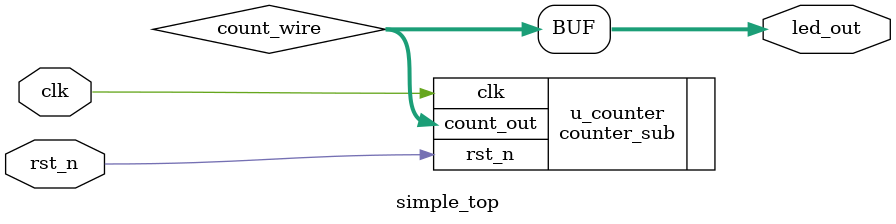
<source format=v>
module simple_top (
    input        clk,      // 系统时钟（50MHz）
    input        rst_n,    // 系统复位（低电平有效）
    output [3:0] led_out   // LED输出（连接计数器输出）
);

// 内部信号：连接子模块的中间信号（可观测）
wire [3:0] count_wire;

// 实例化子模块（计数器）
counter_sub u_counter (
    .clk      (clk),       // 时钟连接
    .rst_n    (rst_n),     // 复位连接
    .count_out(count_wire) // 计数器输出连接到内部wire
);

// 顶层输出：将计数器值映射到LED
assign led_out = count_wire;

endmodule
</source>
